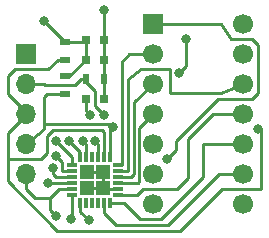
<source format=gtl>
G04 #@! TF.FileFunction,Copper,L1,Top,Signal*
%FSLAX46Y46*%
G04 Gerber Fmt 4.6, Leading zero omitted, Abs format (unit mm)*
G04 Created by KiCad (PCBNEW 4.0.7) date 08/19/18 18:09:51*
%MOMM*%
%LPD*%
G01*
G04 APERTURE LIST*
%ADD10C,0.100000*%
%ADD11R,0.800000X0.750000*%
%ADD12R,1.700000X1.700000*%
%ADD13O,1.700000X1.700000*%
%ADD14R,0.900000X0.500000*%
%ADD15R,0.500000X0.900000*%
%ADD16R,0.300000X0.850000*%
%ADD17R,0.850000X0.300000*%
%ADD18R,1.300000X1.300000*%
%ADD19C,1.700000*%
%ADD20C,0.800000*%
%ADD21C,0.250000*%
G04 APERTURE END LIST*
D10*
D11*
X156452000Y-100457000D03*
X154952000Y-100457000D03*
X156452000Y-102108000D03*
X154952000Y-102108000D03*
X156452000Y-105410000D03*
X154952000Y-105410000D03*
D12*
X149860000Y-101600000D03*
D13*
X149860000Y-104140000D03*
X149860000Y-106680000D03*
X149860000Y-109220000D03*
X149860000Y-111760000D03*
D14*
X153162000Y-103517000D03*
X153162000Y-105017000D03*
X153162000Y-100596000D03*
X153162000Y-102096000D03*
D15*
X154952000Y-103759000D03*
X156452000Y-103759000D03*
D16*
X156952000Y-110318000D03*
X156452000Y-110318000D03*
X155952000Y-110318000D03*
X155452000Y-110318000D03*
X154952000Y-110318000D03*
X154452000Y-110318000D03*
D17*
X153752000Y-111018000D03*
X153752000Y-111518000D03*
X153752000Y-112018000D03*
X153752000Y-112518000D03*
X153752000Y-113018000D03*
X153752000Y-113518000D03*
D16*
X154452000Y-114218000D03*
X154952000Y-114218000D03*
X155452000Y-114218000D03*
X155952000Y-114218000D03*
X156452000Y-114218000D03*
X156952000Y-114218000D03*
D17*
X157652000Y-113518000D03*
X157652000Y-113018000D03*
X157652000Y-112518000D03*
X157652000Y-112018000D03*
X157652000Y-111518000D03*
X157652000Y-111018000D03*
D18*
X155052000Y-112918000D03*
X156352000Y-112918000D03*
X155052000Y-111618000D03*
X156352000Y-111618000D03*
D19*
X168275000Y-114300000D03*
X168275000Y-111760000D03*
X168275000Y-109220000D03*
X168275000Y-106680000D03*
X168275000Y-104140000D03*
X168275000Y-101600000D03*
X168275000Y-99060000D03*
X160655000Y-111760000D03*
X160655000Y-114300000D03*
X160655000Y-109220000D03*
X160655000Y-106680000D03*
X160655000Y-104140000D03*
X160655000Y-101600000D03*
D12*
X160655000Y-99060000D03*
D20*
X155052000Y-112918000D03*
X156464000Y-97917000D03*
X152400000Y-115316000D03*
X151384000Y-98806000D03*
X154686000Y-108966000D03*
X155321000Y-106807000D03*
X152146000Y-111252000D03*
X152400000Y-108966000D03*
X152400000Y-110236000D03*
X155194000Y-115697000D03*
X153670000Y-115570000D03*
X161798000Y-110490000D03*
X151765000Y-112522000D03*
X156464000Y-106807000D03*
X155702000Y-108966000D03*
X169545000Y-107950000D03*
X157226000Y-107823000D03*
X153543000Y-108966000D03*
X163449000Y-100330000D03*
X162814000Y-103251000D03*
D21*
X155052000Y-111618000D02*
X156352000Y-111618000D01*
X156352000Y-111618000D02*
X156352000Y-112918000D01*
X156352000Y-112918000D02*
X155052000Y-112918000D01*
X157652000Y-113018000D02*
X156452000Y-113018000D01*
X156452000Y-113018000D02*
X156352000Y-112918000D01*
X156464000Y-97917000D02*
X156464000Y-100445000D01*
X156452000Y-105410000D02*
X156452000Y-103759000D01*
X156452000Y-103759000D02*
X156452000Y-102108000D01*
X156452000Y-102108000D02*
X156452000Y-100457000D01*
X156452000Y-100457000D02*
X156464000Y-100445000D01*
X151892000Y-113792000D02*
X151892000Y-114808000D01*
X151892000Y-114808000D02*
X152400000Y-115316000D01*
X153162000Y-100596000D02*
X153162000Y-100584000D01*
X153162000Y-100584000D02*
X151384000Y-98806000D01*
X153162000Y-103517000D02*
X153543000Y-103517000D01*
X153543000Y-103517000D02*
X154952000Y-102108000D01*
X154952000Y-100457000D02*
X154952000Y-102108000D01*
X153162000Y-100596000D02*
X154813000Y-100596000D01*
X154813000Y-100596000D02*
X154952000Y-100457000D01*
X149860000Y-111760000D02*
X149860000Y-113030000D01*
X152666000Y-113018000D02*
X153752000Y-113018000D01*
X151892000Y-113792000D02*
X152666000Y-113018000D01*
X150622000Y-113792000D02*
X151892000Y-113792000D01*
X149860000Y-113030000D02*
X150622000Y-113792000D01*
X154940000Y-106426000D02*
X154940000Y-106426000D01*
X154952000Y-109232000D02*
X154686000Y-108966000D01*
X155321000Y-106807000D02*
X154940000Y-106426000D01*
X154952000Y-110318000D02*
X154952000Y-109232000D01*
X154952000Y-106414000D02*
X154952000Y-105410000D01*
X154940000Y-106426000D02*
X154952000Y-106414000D01*
X153752000Y-112018000D02*
X152658000Y-112018000D01*
X152146000Y-111760000D02*
X152146000Y-111252000D01*
X152400000Y-112014000D02*
X152146000Y-111760000D01*
X152654000Y-112014000D02*
X152400000Y-112014000D01*
X152658000Y-112018000D02*
X152654000Y-112014000D01*
X156452000Y-114218000D02*
X156452000Y-115050000D01*
X166243000Y-111760000D02*
X168275000Y-111760000D01*
X161925000Y-116078000D02*
X166243000Y-111760000D01*
X157480000Y-116078000D02*
X161925000Y-116078000D01*
X156452000Y-115050000D02*
X157480000Y-116078000D01*
X156952000Y-114218000D02*
X158160000Y-114218000D01*
X164846000Y-109220000D02*
X168275000Y-109220000D01*
X164846000Y-112014000D02*
X164846000Y-109220000D01*
X161290000Y-115570000D02*
X164846000Y-112014000D01*
X159512000Y-115570000D02*
X161290000Y-115570000D01*
X158160000Y-114218000D02*
X159512000Y-115570000D01*
X157652000Y-113518000D02*
X159278000Y-113518000D01*
X165735000Y-106680000D02*
X168275000Y-106680000D01*
X163576000Y-108839000D02*
X165735000Y-106680000D01*
X163576000Y-112141000D02*
X163576000Y-108839000D01*
X162687000Y-113030000D02*
X163576000Y-112141000D01*
X159766000Y-113030000D02*
X162687000Y-113030000D01*
X159278000Y-113518000D02*
X159766000Y-113030000D01*
X157652000Y-111518000D02*
X158484000Y-111518000D01*
X168275000Y-104140000D02*
X168275000Y-104140000D01*
X159639000Y-102870000D02*
X161417000Y-102870000D01*
X161417000Y-102870000D02*
X162052000Y-102870000D01*
X162052000Y-102870000D02*
X162052000Y-104902000D01*
X162052000Y-104902000D02*
X166370000Y-104902000D01*
X166370000Y-104902000D02*
X168275000Y-104140000D01*
X158496000Y-103759000D02*
X159639000Y-102870000D01*
X158496000Y-111252000D02*
X158496000Y-103759000D01*
X158484000Y-111518000D02*
X158496000Y-111252000D01*
X153752000Y-111018000D02*
X153752000Y-110318000D01*
X153752000Y-110318000D02*
X152400000Y-108966000D01*
X153752000Y-111018000D02*
X153752000Y-111018000D01*
X152400000Y-110236000D02*
X152908000Y-110744000D01*
X152920000Y-111518000D02*
X153752000Y-111518000D01*
X152908000Y-111506000D02*
X152920000Y-111518000D01*
X152908000Y-110744000D02*
X152908000Y-111506000D01*
X154452000Y-114218000D02*
X154452000Y-114955000D01*
X154452000Y-114955000D02*
X155194000Y-115697000D01*
X153752000Y-115488000D02*
X153670000Y-115570000D01*
X153752000Y-113518000D02*
X153752000Y-115488000D01*
X157652000Y-112518000D02*
X159381000Y-112518000D01*
X159454002Y-107880998D02*
X160655000Y-106680000D01*
X159454002Y-112444998D02*
X159454002Y-107880998D01*
X159381000Y-112518000D02*
X159454002Y-112444998D01*
X157652000Y-112018000D02*
X158750000Y-112018000D01*
X159004000Y-105664000D02*
X160655000Y-104140000D01*
X159004000Y-111760000D02*
X159004000Y-105664000D01*
X158750000Y-112018000D02*
X159004000Y-111760000D01*
X158033000Y-111018000D02*
X158033000Y-102317000D01*
X158623000Y-101600000D02*
X160655000Y-101600000D01*
X158033000Y-102317000D02*
X158623000Y-101600000D01*
X162560000Y-109728000D02*
X162560000Y-108966000D01*
X152785000Y-112518000D02*
X152019000Y-112522000D01*
X152019000Y-112522000D02*
X151765000Y-112522000D01*
X161798000Y-110490000D02*
X162560000Y-109728000D01*
X153752000Y-112518000D02*
X152785000Y-112518000D01*
X169037000Y-100330000D02*
X167259000Y-100330000D01*
X167259000Y-100330000D02*
X166370000Y-99060000D01*
X166370000Y-99060000D02*
X161925000Y-99060000D01*
X161925000Y-99060000D02*
X160655000Y-99060000D01*
X169545000Y-100838000D02*
X169037000Y-100330000D01*
X169545000Y-104902000D02*
X169545000Y-100838000D01*
X169037000Y-105410000D02*
X169545000Y-104902000D01*
X166116000Y-105410000D02*
X169037000Y-105410000D01*
X162560000Y-108966000D02*
X166116000Y-105410000D01*
X154952000Y-103759000D02*
X154559000Y-103759000D01*
X151384000Y-104140000D02*
X149860000Y-104140000D01*
X151511000Y-104267000D02*
X151384000Y-104140000D01*
X154051000Y-104267000D02*
X151511000Y-104267000D01*
X154559000Y-103759000D02*
X154051000Y-104267000D01*
X155952000Y-110318000D02*
X155952000Y-109216000D01*
X155702000Y-104775000D02*
X154952000Y-104025000D01*
X155702000Y-106045000D02*
X155702000Y-104775000D01*
X156464000Y-106807000D02*
X155702000Y-106045000D01*
X155952000Y-109216000D02*
X155702000Y-108966000D01*
X154952000Y-104025000D02*
X154952000Y-103759000D01*
X148336000Y-110490000D02*
X148336000Y-112395000D01*
X169672000Y-107950000D02*
X169545000Y-107950000D01*
X169799000Y-108077000D02*
X169672000Y-107950000D01*
X169799000Y-113030000D02*
X169799000Y-108077000D01*
X166497000Y-113030000D02*
X169799000Y-113030000D01*
X162941000Y-116586000D02*
X166497000Y-113030000D01*
X152527000Y-116586000D02*
X162941000Y-116586000D01*
X148336000Y-112395000D02*
X152527000Y-116586000D01*
X149860000Y-106680000D02*
X149860000Y-106553000D01*
X149860000Y-106553000D02*
X148336000Y-105029000D01*
X152539000Y-102096000D02*
X153162000Y-102096000D01*
X151765000Y-102870000D02*
X152539000Y-102096000D01*
X148971000Y-102870000D02*
X151765000Y-102870000D01*
X148336000Y-103505000D02*
X148971000Y-102870000D01*
X148336000Y-105029000D02*
X148336000Y-103505000D01*
X149860000Y-106680000D02*
X149860000Y-106807000D01*
X149860000Y-106807000D02*
X148336000Y-108331000D01*
X148336000Y-108331000D02*
X148336000Y-110490000D01*
X148336000Y-110490000D02*
X151130000Y-110490000D01*
X151130000Y-110490000D02*
X151638000Y-109982000D01*
X151638000Y-109982000D02*
X151638000Y-108585000D01*
X151638000Y-108585000D02*
X152146000Y-108077000D01*
X152146000Y-108077000D02*
X156337000Y-108077000D01*
X156337000Y-108077000D02*
X156452000Y-108192000D01*
X156452000Y-108192000D02*
X156452000Y-110318000D01*
X156952000Y-107589000D02*
X156992000Y-107589000D01*
X156992000Y-107589000D02*
X157226000Y-107823000D01*
X153162000Y-105017000D02*
X151650000Y-105017000D01*
X151384000Y-105283000D02*
X151384000Y-107569000D01*
X151650000Y-105017000D02*
X151384000Y-105283000D01*
X156952000Y-110318000D02*
X156952000Y-107589000D01*
X151384000Y-107950000D02*
X149860000Y-109220000D01*
X156932000Y-107569000D02*
X151384000Y-107569000D01*
X151384000Y-107569000D02*
X151384000Y-107950000D01*
X156952000Y-107589000D02*
X156932000Y-107569000D01*
X154452000Y-110318000D02*
X154452000Y-109875000D01*
X154452000Y-109875000D02*
X153543000Y-108966000D01*
X163449000Y-102616000D02*
X163449000Y-100330000D01*
X162814000Y-103251000D02*
X163449000Y-102616000D01*
M02*

</source>
